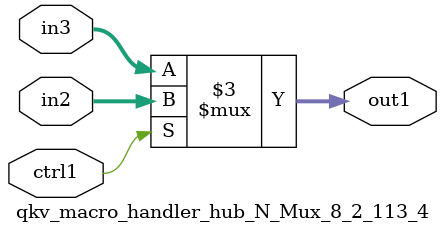
<source format=v>

`timescale 1ps / 1ps


module qkv_macro_handler_hub_N_Mux_8_2_113_4( in3, in2, ctrl1, out1 );

    input [7:0] in3;
    input [7:0] in2;
    input ctrl1;
    output [7:0] out1;
    reg [7:0] out1;

    
    // rtl_process:qkv_macro_handler_hub_N_Mux_8_2_113_4/qkv_macro_handler_hub_N_Mux_8_2_113_4_thread_1
    always @*
      begin : qkv_macro_handler_hub_N_Mux_8_2_113_4_thread_1
        case (ctrl1) 
          1'b1: 
            begin
              out1 = in2;
            end
          default: 
            begin
              out1 = in3;
            end
        endcase
      end

endmodule





</source>
